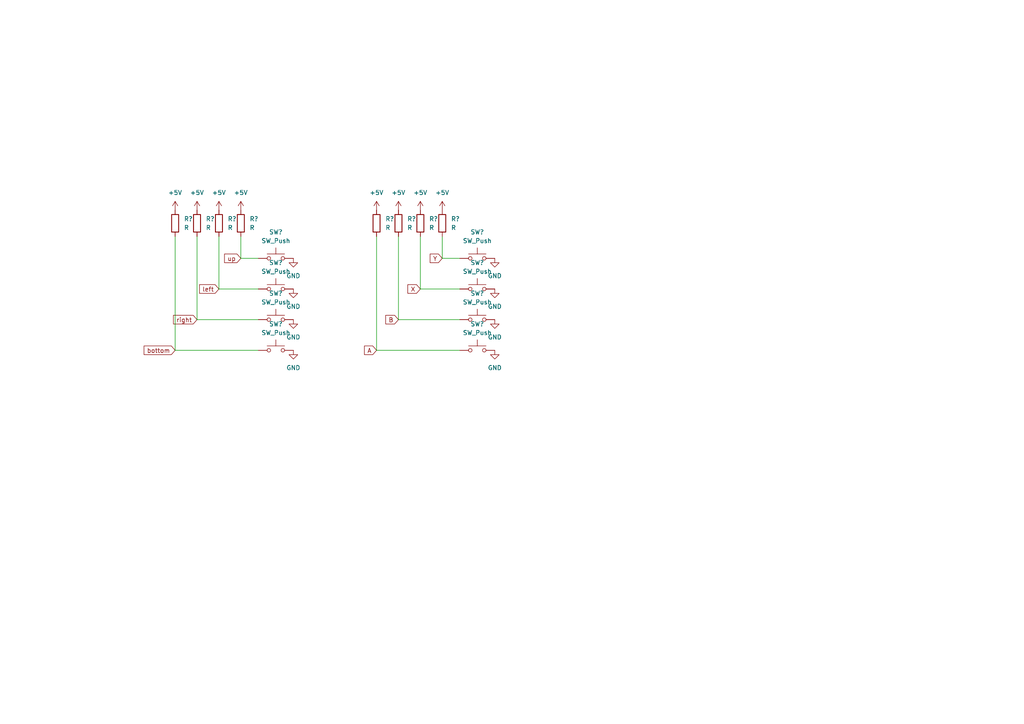
<source format=kicad_sch>
(kicad_sch (version 20211123) (generator eeschema)
  (paper "A4")
  (lib_symbols
    (symbol "Device:R" (pin_numbers hide) (pin_names (offset 0))
      (property "Reference" "R" (at 2.032 0 90))
      (property "Value" "R" (at 0 0 90))
      (symbol "R_0_1"
        (rectangle (start -1.016 -2.54) (end 1.016 2.54) (stroke (width 0.254)))
      )
      (symbol "R_1_1"
        (pin passive line (at 0 3.81 270) (length 1.27) (name "~") (number "1"))
        (pin passive line (at 0 -3.81 90) (length 1.27) (name "~") (number "2"))
      )
    )
    (symbol "Switch:SW_Push" (pin_numbers hide) (pin_names (offset 1.016) hide)
      (property "Reference" "SW" (at 1.27 2.54 0))
      (property "Value" "SW_Push" (at 0 -1.524 0))
      (symbol "SW_Push_0_1"
        (circle (center -2.032 0) (radius 0.508))
        (polyline (pts (xy 0 1.27) (xy 0 3.048)))
        (polyline (pts (xy 2.54 1.27) (xy -2.54 1.27)))
        (circle (center 2.032 0) (radius 0.508))
        (pin passive line (at -5.08 0 0) (length 2.54) (name "1") (number "1"))
        (pin passive line (at 5.08 0 180) (length 2.54) (name "2") (number "2"))
      )
    )
    (symbol "power:+5V" (power) (pin_names (offset 0))
      (property "Value" "+5V" (at 0 3.556 0))
      (symbol "+5V_0_1"
        (polyline (pts (xy -0.762 1.27) (xy 0 2.54)))
        (polyline (pts (xy 0 0) (xy 0 2.54)))
        (polyline (pts (xy 0 2.54) (xy 0.762 1.27)))
      )
      (symbol "+5V_1_1"
        (pin power_in line (at 0 0 90) (length 0) hide (name "+5V") (number "1"))
      )
    )
    (symbol "power:GND" (power) (pin_names (offset 0))
      (property "Value" "GND" (at 0 -3.81 0))
      (symbol "GND_0_1"
        (polyline (pts (xy 0 0) (xy 0 -1.27) (xy 1.27 -1.27) (xy 0 -2.54) (xy -1.27 -1.27) (xy 0 -1.27)))
      )
      (symbol "GND_1_1"
        (pin power_in line (at 0 0 270) (length 0) hide (name "GND") (number "1"))
      )
    )
  )
  (wire (pts (xy 109.22 101.6) (xy 133.35 101.6)))
  (wire (pts (xy 69.85 74.93) (xy 74.93 74.93)))
  (wire (pts (xy 74.93 92.71) (xy 57.15 92.71)))
  (wire (pts (xy 128.27 74.93) (xy 133.35 74.93)))
  (wire (pts (xy 63.5 68.58) (xy 63.5 83.82)))
  (wire (pts (xy 115.57 92.71) (xy 115.57 68.58)))
  (wire (pts (xy 50.8 101.6) (xy 74.93 101.6)))
  (wire (pts (xy 121.92 68.58) (xy 121.92 83.82)))
  (wire (pts (xy 50.8 68.58) (xy 50.8 101.6)))
  (wire (pts (xy 133.35 92.71) (xy 115.57 92.71)))
  (wire (pts (xy 109.22 68.58) (xy 109.22 101.6)))
  (wire (pts (xy 63.5 83.82) (xy 74.93 83.82)))
  (wire (pts (xy 128.27 68.58) (xy 128.27 74.93)))
  (wire (pts (xy 121.92 83.82) (xy 133.35 83.82)))
  (wire (pts (xy 57.15 92.71) (xy 57.15 68.58)))
  (wire (pts (xy 69.85 68.58) (xy 69.85 74.93)))
  (global_label "left" (shape input) (at 63.5 83.82 180) (property "Intersheet References" "${INTERSHEET_REFS}" (effects hide)))
  (global_label "bottom" (shape input) (at 50.8 101.6 180) (property "Intersheet References" "${INTERSHEET_REFS}" (effects hide)))
  (global_label "B" (shape input) (at 115.57 92.71 180) (property "Intersheet References" "${INTERSHEET_REFS}" (effects hide)))
  (global_label "X" (shape input) (at 121.92 83.82 180) (property "Intersheet References" "${INTERSHEET_REFS}" (effects hide)))
  (global_label "A" (shape input) (at 109.22 101.6 180) (property "Intersheet References" "${INTERSHEET_REFS}" (effects hide)))
  (global_label "up" (shape input) (at 69.85 74.93 180) (property "Intersheet References" "${INTERSHEET_REFS}" (effects hide)))
  (global_label "right" (shape input) (at 57.15 92.71 180) (property "Intersheet References" "${INTERSHEET_REFS}" (effects hide)))
  (global_label "Y" (shape input) (at 128.27 74.93 180) (property "Intersheet References" "${INTERSHEET_REFS}" (effects hide)))
  (symbol (lib_id "power:GND") (at 143.51 74.93 0) (unit 1)
    (property "Reference" "#PWR?" (effects hide))
    (property "Value" "GND" (at 143.51 80.01 0))
  )
  (symbol (lib_id "power:GND") (at 143.51 92.71 0) (unit 1)
    (property "Reference" "#PWR?" (effects hide))
    (property "Value" "GND" (at 143.51 97.79 0))
  )
  (symbol (lib_id "power:GND") (at 143.51 83.82 0) (unit 1)
    (property "Reference" "#PWR?" (effects hide))
    (property "Value" "GND" (at 143.51 88.9 0))
  )
  (symbol (lib_id "power:GND") (at 85.09 83.82 0) (unit 1)
    (property "Reference" "#PWR?" (effects hide))
    (property "Value" "GND" (at 85.09 88.9 0))
  )
  (symbol (lib_id "power:+5V") (at 121.92 60.96 0) (unit 1)
    (property "Reference" "#PWR?" (effects hide))
    (property "Value" "+5V" (at 121.92 55.88 0))
  )
  (symbol (lib_id "power:GND") (at 85.09 92.71 0) (unit 1)
    (property "Reference" "#PWR?" (effects hide))
    (property "Value" "GND" (at 85.09 97.79 0))
  )
  (symbol (lib_id "power:+5V") (at 50.8 60.96 0) (unit 1)
    (property "Reference" "#PWR?" (effects hide))
    (property "Value" "+5V" (at 50.8 55.88 0))
  )
  (symbol (lib_id "Switch:SW_Push") (at 80.01 101.6 0) (unit 1)
    (property "Reference" "SW?" (at 80.01 93.98 0))
    (property "Value" "SW_Push" (at 80.01 96.52 0))
  )
  (symbol (lib_id "Switch:SW_Push") (at 138.43 101.6 0) (unit 1)
    (property "Reference" "SW?" (at 138.43 93.98 0))
    (property "Value" "SW_Push" (at 138.43 96.52 0))
  )
  (symbol (lib_id "Device:R") (at 69.85 64.77 0) (unit 1)
    (property "Reference" "R?" (at 72.39 63.4999 0) (effects (justify left)))
    (property "Value" "R" (at 72.39 66.0399 0) (effects (justify left)))
  )
  (symbol (lib_id "Switch:SW_Push") (at 138.43 74.93 0) (unit 1)
    (property "Reference" "SW?" (at 138.43 67.31 0))
    (property "Value" "SW_Push" (at 138.43 69.85 0))
  )
  (symbol (lib_id "Device:R") (at 57.15 64.77 0) (unit 1)
    (property "Reference" "R?" (at 59.69 63.4999 0) (effects (justify left)))
    (property "Value" "R" (at 59.69 66.0399 0) (effects (justify left)))
  )
  (symbol (lib_id "Switch:SW_Push") (at 80.01 83.82 0) (unit 1)
    (property "Reference" "SW?" (at 80.01 76.2 0))
    (property "Value" "SW_Push" (at 80.01 78.74 0))
  )
  (symbol (lib_id "power:+5V") (at 63.5 60.96 0) (unit 1)
    (property "Reference" "#PWR?" (effects hide))
    (property "Value" "+5V" (at 63.5 55.88 0))
  )
  (symbol (lib_id "Device:R") (at 128.27 64.77 0) (unit 1)
    (property "Reference" "R?" (at 130.81 63.4999 0) (effects (justify left)))
    (property "Value" "R" (at 130.81 66.0399 0) (effects (justify left)))
  )
  (symbol (lib_id "power:GND") (at 85.09 74.93 0) (unit 1)
    (property "Reference" "#PWR?" (effects hide))
    (property "Value" "GND" (at 85.09 80.01 0))
  )
  (symbol (lib_id "Switch:SW_Push") (at 80.01 74.93 0) (unit 1)
    (property "Reference" "SW?" (at 80.01 67.31 0))
    (property "Value" "SW_Push" (at 80.01 69.85 0))
  )
  (symbol (lib_id "power:+5V") (at 128.27 60.96 0) (unit 1)
    (property "Reference" "#PWR?" (effects hide))
    (property "Value" "+5V" (at 128.27 55.88 0))
  )
  (symbol (lib_id "power:+5V") (at 109.22 60.96 0) (unit 1)
    (property "Reference" "#PWR?" (effects hide))
    (property "Value" "+5V" (at 109.22 55.88 0))
  )
  (symbol (lib_id "Switch:SW_Push") (at 80.01 92.71 0) (unit 1)
    (property "Reference" "SW?" (at 80.01 85.09 0))
    (property "Value" "SW_Push" (at 80.01 87.63 0))
  )
  (symbol (lib_id "Switch:SW_Push") (at 138.43 83.82 0) (unit 1)
    (property "Reference" "SW?" (at 138.43 76.2 0))
    (property "Value" "SW_Push" (at 138.43 78.74 0))
  )
  (symbol (lib_id "Switch:SW_Push") (at 138.43 92.71 0) (unit 1)
    (property "Reference" "SW?" (at 138.43 85.09 0))
    (property "Value" "SW_Push" (at 138.43 87.63 0))
  )
  (symbol (lib_id "Device:R") (at 63.5 64.77 0) (unit 1)
    (property "Reference" "R?" (at 66.04 63.4999 0) (effects (justify left)))
    (property "Value" "R" (at 66.04 66.0399 0) (effects (justify left)))
  )
  (symbol (lib_id "power:+5V") (at 69.85 60.96 0) (unit 1)
    (property "Reference" "#PWR?" (effects hide))
    (property "Value" "+5V" (at 69.85 55.88 0))
  )
  (symbol (lib_id "power:GND") (at 85.09 101.6 0) (unit 1)
    (property "Reference" "#PWR?" (effects hide))
    (property "Value" "GND" (at 85.09 106.68 0))
  )
  (symbol (lib_id "Device:R") (at 121.92 64.77 0) (unit 1)
    (property "Reference" "R?" (at 124.46 63.4999 0) (effects (justify left)))
    (property "Value" "R" (at 124.46 66.0399 0) (effects (justify left)))
  )
  (symbol (lib_id "power:+5V") (at 115.57 60.96 0) (unit 1)
    (property "Reference" "#PWR?" (effects hide))
    (property "Value" "+5V" (at 115.57 55.88 0))
  )
  (symbol (lib_id "Device:R") (at 115.57 64.77 0) (unit 1)
    (property "Reference" "R?" (at 118.11 63.4999 0) (effects (justify left)))
    (property "Value" "R" (at 118.11 66.0399 0) (effects (justify left)))
  )
  (symbol (lib_id "power:+5V") (at 57.15 60.96 0) (unit 1)
    (property "Reference" "#PWR?" (effects hide))
    (property "Value" "+5V" (at 57.15 55.88 0))
  )
  (symbol (lib_id "power:GND") (at 143.51 101.6 0) (unit 1)
    (property "Reference" "#PWR?" (effects hide))
    (property "Value" "GND" (at 143.51 106.68 0))
  )
  (symbol (lib_id "Device:R") (at 50.8 64.77 0) (unit 1)
    (property "Reference" "R?" (at 53.34 63.4999 0) (effects (justify left)))
    (property "Value" "R" (at 53.34 66.0399 0) (effects (justify left)))
  )
  (symbol (lib_id "Device:R") (at 109.22 64.77 0) (unit 1)
    (property "Reference" "R?" (at 111.76 63.4999 0) (effects (justify left)))
    (property "Value" "R" (at 111.76 66.0399 0) (effects (justify left)))
  )
)
</source>
